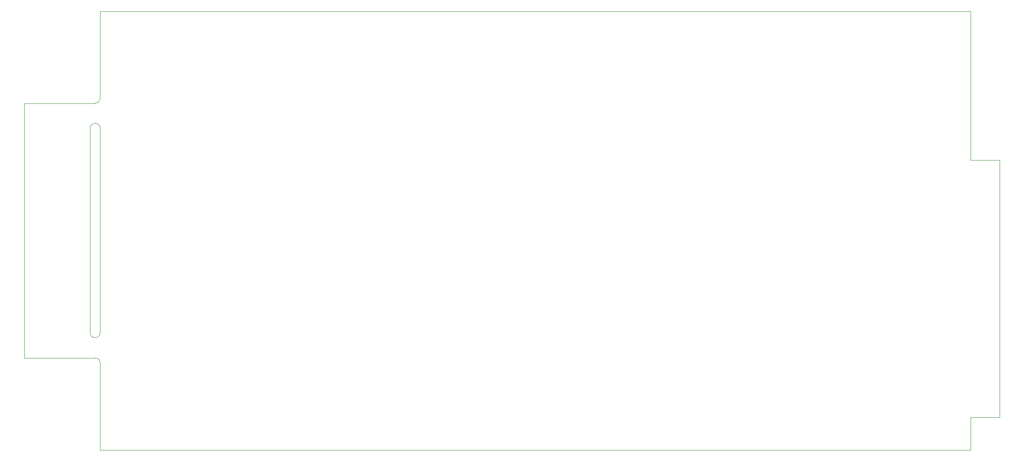
<source format=gbr>
%TF.GenerationSoftware,KiCad,Pcbnew,6.0.2-378541a8eb~116~ubuntu20.04.1*%
%TF.CreationDate,2022-03-22T16:19:33+00:00*%
%TF.ProjectId,Main board,4d61696e-2062-46f6-9172-642e6b696361,V1.0*%
%TF.SameCoordinates,Original*%
%TF.FileFunction,Profile,NP*%
%FSLAX46Y46*%
G04 Gerber Fmt 4.6, Leading zero omitted, Abs format (unit mm)*
G04 Created by KiCad (PCBNEW 6.0.2-378541a8eb~116~ubuntu20.04.1) date 2022-03-22 16:19:33*
%MOMM*%
%LPD*%
G01*
G04 APERTURE LIST*
%TA.AperFunction,Profile*%
%ADD10C,0.050000*%
%TD*%
G04 APERTURE END LIST*
D10*
X244094000Y-91186000D02*
X244094000Y-61214000D01*
X244094000Y-143002000D02*
X244094000Y-149606000D01*
X244094000Y-149606000D02*
X68834000Y-149606000D01*
X244094000Y-61214000D02*
X68834000Y-61214000D01*
X68834000Y-132080000D02*
G75*
G03*
X67818000Y-131064000I-1016002J-2D01*
G01*
X66802000Y-84836000D02*
X66802000Y-125984000D01*
X249936000Y-143002000D02*
X249936000Y-91186000D01*
X68834000Y-61214000D02*
X68834000Y-78740000D01*
X66802000Y-125984000D02*
G75*
G03*
X68834000Y-125984000I1016000J0D01*
G01*
X249936000Y-143002000D02*
X244094000Y-143002000D01*
X53594000Y-131064000D02*
X53594000Y-79756000D01*
X68834000Y-84836000D02*
G75*
G03*
X66802000Y-84836000I-1016000J0D01*
G01*
X67818000Y-79756000D02*
G75*
G03*
X68834000Y-78740000I-2J1016002D01*
G01*
X53594000Y-131064000D02*
X67818000Y-131064000D01*
X53594000Y-79756000D02*
X67818000Y-79756000D01*
X68834000Y-125984000D02*
X68834000Y-84836000D01*
X244094000Y-91186000D02*
X249936000Y-91186000D01*
X68834000Y-132080000D02*
X68834000Y-149606000D01*
M02*

</source>
